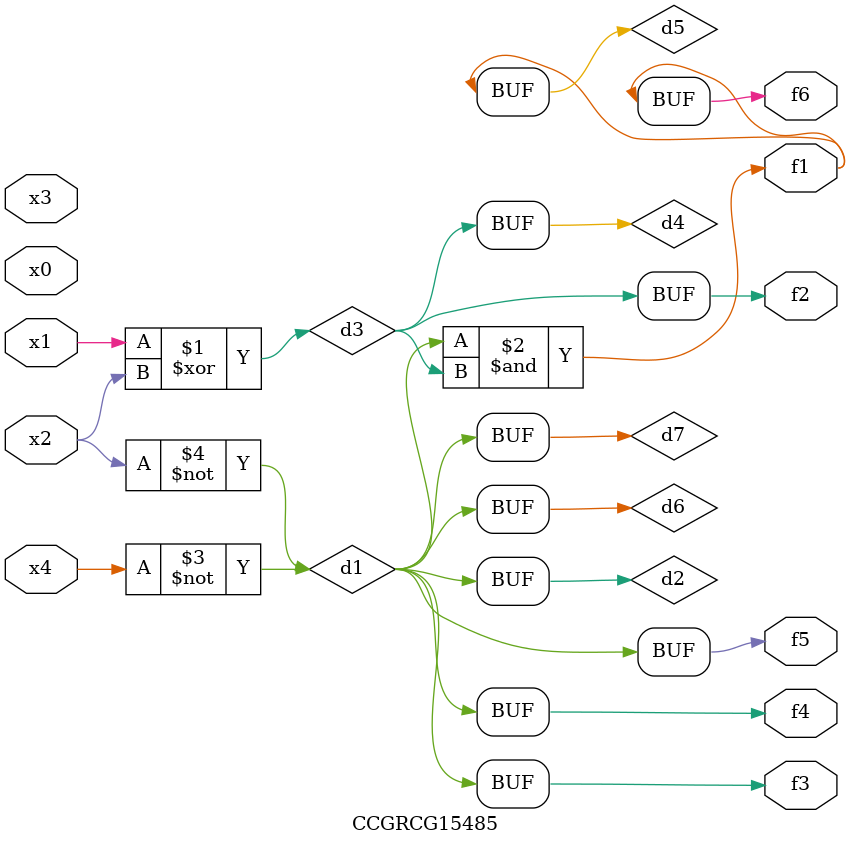
<source format=v>
module CCGRCG15485(
	input x0, x1, x2, x3, x4,
	output f1, f2, f3, f4, f5, f6
);

	wire d1, d2, d3, d4, d5, d6, d7;

	not (d1, x4);
	not (d2, x2);
	xor (d3, x1, x2);
	buf (d4, d3);
	and (d5, d1, d3);
	buf (d6, d1, d2);
	buf (d7, d2);
	assign f1 = d5;
	assign f2 = d4;
	assign f3 = d7;
	assign f4 = d7;
	assign f5 = d7;
	assign f6 = d5;
endmodule

</source>
